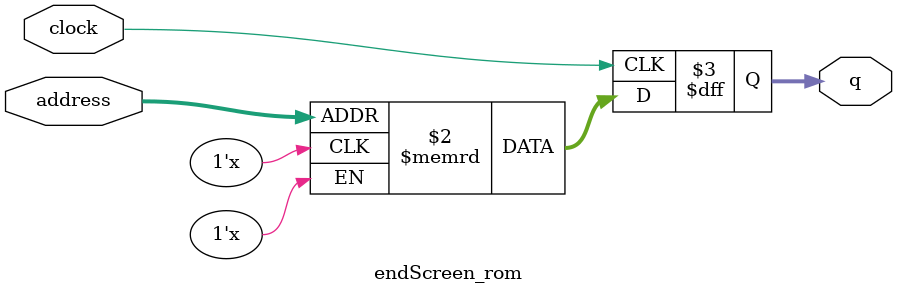
<source format=sv>
module endScreen_rom (
	input logic clock,
	input logic [14:0] address,
	output logic [11:0] q
);

logic [11:0] memory [0:19199] /* synthesis ram_init_file = "./endScreen/endScreen.COE" */;

always_ff @ (posedge clock) begin
	q <= memory[address];
end

endmodule

</source>
